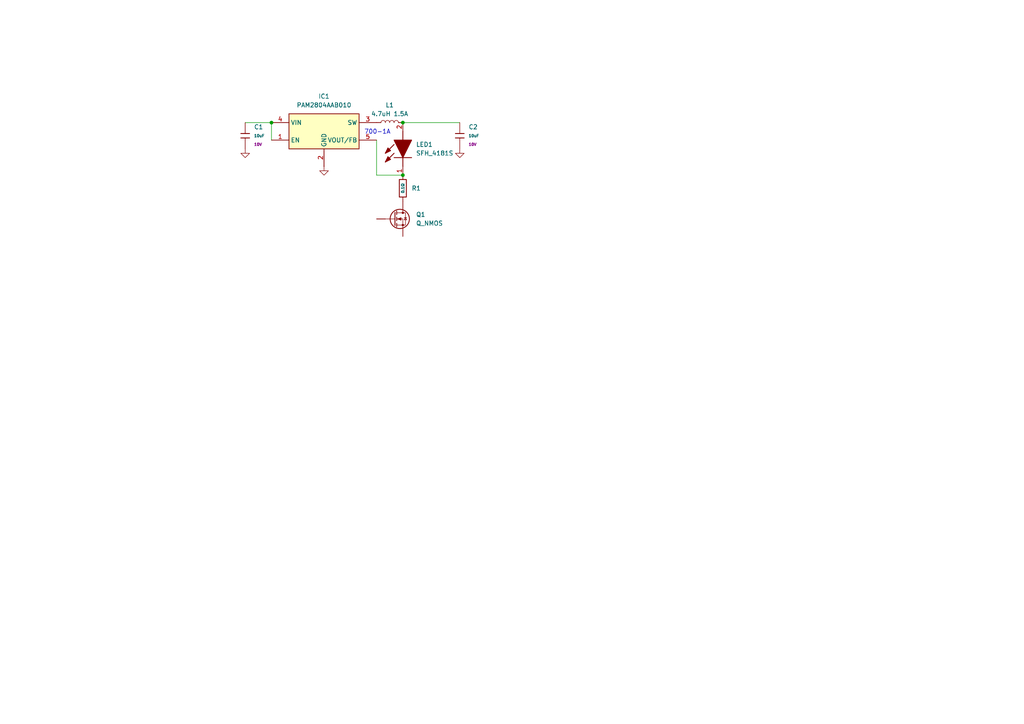
<source format=kicad_sch>
(kicad_sch (version 20250114) (generator "eeschema") (generator_version "9.0")
  (paper "A4")
  (lib_symbols
    (symbol "Device:L" (pin_numbers (hide yes)) (pin_names (offset 1.016) (hide yes))
      (property "Reference" "L" (at -1.27 0 90))
      (property "Value" "L" (at 1.905 0 90))
      (symbol "L_0_1"
        (arc (start 0 2.54) (mid 0.6323 1.905) (end 0 1.27))
        (arc (start 0 1.27) (mid 0.6323 0.635) (end 0 0))
        (arc (start 0 0) (mid 0.6323 -0.635) (end 0 -1.27))
        (arc (start 0 -1.27) (mid 0.6323 -1.905) (end 0 -2.54))
      )
      (symbol "L_1_1"
        (pin passive line (at 0 3.81 270) (length 1.27) (name "1") (number "1"))
        (pin passive line (at 0 -3.81 90) (length 1.27) (name "2") (number "2"))
      )
    )
    (symbol "Device:Q_NMOS" (pin_numbers (hide yes)) (pin_names (offset 0) (hide yes))
      (property "Reference" "Q" (at 5.08 1.27 0))
      (property "Value" "Q_NMOS" (at 5.08 -1.27 0))
      (symbol "Q_NMOS_0_1"
        (polyline (pts (xy 0.254 1.905) (xy 0.254 -1.905)) (stroke (width 0.254)))
        (polyline (pts (xy 0.254 0) (xy -2.54 0)))
        (polyline (pts (xy 0.762 2.286) (xy 0.762 1.27)) (stroke (width 0.254)))
        (polyline (pts (xy 0.762 0.508) (xy 0.762 -0.508)) (stroke (width 0.254)))
        (polyline (pts (xy 0.762 -1.27) (xy 0.762 -2.286)) (stroke (width 0.254)))
        (polyline (pts (xy 0.762 -1.778) (xy 3.302 -1.778) (xy 3.302 1.778) (xy 0.762 1.778)))
        (polyline (pts (xy 1.016 0) (xy 2.032 0.381) (xy 2.032 -0.381) (xy 1.016 0)) (fill (type outline)))
        (circle (center 1.651 0) (radius 2.794) (stroke (width 0.254)))
        (polyline (pts (xy 2.54 2.54) (xy 2.54 1.778)))
        (circle (center 2.54 1.778) (radius 0.254) (fill (type outline)))
        (circle (center 2.54 -1.778) (radius 0.254) (fill (type outline)))
        (polyline (pts (xy 2.54 -2.54) (xy 2.54 0) (xy 0.762 0)))
        (polyline (pts (xy 2.921 0.381) (xy 3.683 0.381)))
        (polyline (pts (xy 3.302 0.381) (xy 2.921 -0.254) (xy 3.683 -0.254) (xy 3.302 0.381)))
      )
      (symbol "Q_NMOS_1_1"
        (pin input line (at -5.08 0 0) (length 2.54) (name "G") (number "G"))
        (pin passive line (at 2.54 5.08 270) (length 2.54) (name "D") (number "D"))
        (pin passive line (at 2.54 -5.08 90) (length 2.54) (name "S") (number "S"))
      )
    )
    (symbol "PCM_JLCPCB-Capacitors:0603,10uF" (pin_numbers (hide yes)) (pin_names (offset 0))
      (property "Reference" "C" (at 2.032 1.668 0))
      (property "Value" "10uF" (at 2.032 -0.3782 0))
      (property "Voltage Rated" "10V" (at 2.032 -2.0462 0))
      (symbol "0603,10uF_0_1"
        (polyline (pts (xy -1.27 0.635) (xy 1.27 0.635)) (stroke (width 0.254)))
        (polyline (pts (xy -1.27 -0.635) (xy 1.27 -0.635)) (stroke (width 0.254)))
      )
      (symbol "0603,10uF_1_1"
        (pin passive line (at 0 3.81 270) (length 3.175) (name "~") (number "1"))
        (pin passive line (at 0 -3.81 90) (length 3.175) (name "~") (number "2"))
      )
    )
    (symbol "PCM_JLCPCB-Resistors:0603,0Ω" (pin_numbers (hide yes)) (pin_names (offset 0))
      (property "Reference" "R" (at 1.778 0 0))
      (property "Value" "0Ω" (at 0 0 90))
      (symbol "0603,0Ω_0_1"
        (rectangle (start -1.016 2.54) (end 1.016 -2.54) (stroke (width 0.254)))
      )
      (symbol "0603,0Ω_1_1"
        (pin passive line (at 0 3.81 270) (length 1.27) (name "~") (number "1"))
        (pin passive line (at 0 -3.81 90) (length 1.27) (name "~") (number "2"))
      )
    )
    (symbol "SwiftCircuit:PAM2804AAB010"
      (property "Reference" "IC1" (at 15.24 7.62 0))
      (property "Value" "PAM2804AAB010" (at 15.24 5.08 0))
      (symbol "PAM2804AAB010_1_1"
        (rectangle (start 5.08 2.54) (end 25.4 -7.62) (stroke (width 0.254)) (fill (type background)))
        (pin passive line (at 0 0 0) (length 5.08) (name "SW") (number "3"))
        (pin passive line (at 0 -5.08 0) (length 5.08) (name "VOUT/FB") (number "5"))
        (pin passive line (at 15.24 -12.7 90) (length 5.08) (name "GND") (number "2"))
        (pin passive line (at 30.48 0 180) (length 5.08) (name "VIN") (number "4"))
        (pin passive line (at 30.48 -5.08 180) (length 5.08) (name "EN") (number "1"))
      )
    )
    (symbol "SwiftCircuit:SFH_4181S" (pin_names (hide yes))
      (property "Reference" "LED" (at 12.7 8.89 0))
      (property "Value" "SFH_4181S" (at 12.7 6.35 0))
      (symbol "SFH_4181S_1_1"
        (polyline (pts (xy 2.54 0) (xy 5.08 0)) (stroke (width 0.254)))
        (polyline (pts (xy 5.08 2.54) (xy 5.08 -2.54)) (stroke (width 0.254)))
        (polyline (pts (xy 5.08 0) (xy 10.16 2.54) (xy 10.16 -2.54) (xy 5.08 0)) (stroke (width 0.254)) (fill (type outline)))
        (polyline (pts (xy 5.334 4.318) (xy 4.572 3.556) (xy 3.81 5.08) (xy 5.334 4.318)) (stroke (width 0.254)) (fill (type outline)))
        (polyline (pts (xy 6.35 2.54) (xy 3.81 5.08)) (stroke (width 0.254)))
        (polyline (pts (xy 7.874 4.318) (xy 7.112 3.556) (xy 6.35 5.08) (xy 7.874 4.318)) (stroke (width 0.254)) (fill (type outline)))
        (polyline (pts (xy 8.89 2.54) (xy 6.35 5.08)) (stroke (width 0.254)))
        (polyline (pts (xy 10.16 0) (xy 12.7 0)) (stroke (width 0.254)))
        (pin passive line (at 0 0 0) (length 2.54) (name "K") (number "1"))
        (pin passive line (at 15.24 0 180) (length 2.54) (name "A") (number "2"))
      )
    )
    (symbol "power:GND" (power) (pin_numbers (hide yes)) (pin_names (offset 0) (hide yes))
      (property "Value" "GND" (at 0 -3.81 0))
      (symbol "GND_0_1"
        (polyline (pts (xy 0 0) (xy 0 -1.27) (xy 1.27 -1.27) (xy 0 -2.54) (xy -1.27 -1.27) (xy 0 -1.27)))
      )
      (symbol "GND_1_1"
        (pin power_in line (at 0 0 270) (length 0) (name "~") (number "1"))
      )
    )
  )
  (text "700-1A" (at 109.474 38.354 0) (effects (font (size 1.27 1.27))))
  (junction (at 116.84 50.8))
  (junction (at 78.74 35.56))
  (junction (at 116.84 35.56))
  (wire (pts (xy 78.74 35.56) (xy 78.74 40.64)))
  (wire (pts (xy 71.12 35.56) (xy 78.74 35.56)))
  (wire (pts (xy 109.22 40.64) (xy 109.22 50.8)))
  (wire (pts (xy 133.35 35.56) (xy 116.84 35.56)))
  (wire (pts (xy 109.22 50.8) (xy 116.84 50.8)))
  (symbol (lib_id "SwiftCircuit:PAM2804AAB010") (at 109.22 35.56 0) (mirror y) (unit 1)
    (property "Reference" "IC1" (at 93.98 27.94 0))
    (property "Value" "PAM2804AAB010" (at 93.98 30.48 0))
    (property "Footprint" "SOT95P280X100-5N" (effects (hide yes)))
    (property "Datasheet" "https://www.diodes.com//assets/Datasheets/products_inactive_data/PAM2312.pdf" (effects (hide yes)))
    (property "Description" "DiodesZetex PAM2804AAB010 LED Driver IC, 2.5  6 V dc 1A 5-Pin SOT-23" (effects (hide yes)))
    (property "Height" "1" (effects (hide yes)))
    (property "Mouser Part Number" "621-PAM2804AAB010" (effects (hide yes)))
    (property "Mouser Price/Stock" "https://www.mouser.co.uk/ProductDetail/Diodes-Incorporated/PAM2804AAB010?qs=%252BSlWJf1dfkK6lyf0TsptUw%3D%3D" (effects (hide yes)))
    (property "Manufacturer_Name" "Diodes Incorporated" (effects (hide yes)))
    (property "Manufacturer_Part_Number" "PAM2804AAB010" (effects (hide yes)))
  )
  (symbol (lib_id "PCM_JLCPCB-Resistors:0603,0Ω") (at 116.84 54.61 0) (unit 1)
    (property "Reference" "R1" (at 119.38 54.6099 0) (effects (justify left)))
    (property "Value" "0.1Ω" (at 116.84 54.61 90) (effects (font (size 0.8 0.8))))
    (property "Footprint" "PCM_JLCPCB:R_0603" (effects (hide yes)))
    (property "Datasheet" "https://www.lcsc.com/datasheet/lcsc_datasheet_2411221126_UNI-ROYAL-Uniroyal-Elec-0603WAF0000T5E_C21189.pdf" (effects (hide yes)))
    (property "Description" "100mW Thick Film Resistors 75V ±1% 0Ω 0603 Chip Resistor - Surface Mount ROHS" (effects (hide yes)))
    (property "LCSC" "C21189" (effects (hide yes)))
    (property "Stock" "12037856" (effects (hide yes)))
    (property "Price" "0.004USD" (effects (hide yes)))
    (property "Process" "SMT" (effects (hide yes)))
    (property "Minimum Qty" "20" (effects (hide yes)))
    (property "Attrition Qty" "10" (effects (hide yes)))
    (property "Class" "Basic Component" (effects (hide yes)))
    (property "Category" "Resistors,Chip Resistor - Surface Mount" (effects (hide yes)))
    (property "Manufacturer" "UNI-ROYAL(Uniroyal Elec)" (effects (hide yes)))
    (property "Part" "0603WAF0000T5E" (effects (hide yes)))
    (property "Resistance" "0Ω" (effects (hide yes)))
    (property "Power(Watts)" "100mW" (effects (hide yes)))
    (property "Type" "Thick Film Resistors" (effects (hide yes)))
    (property "Overload Voltage (Max)" "75V" (effects (hide yes)))
    (property "Operating Temperature Range" "-55°C~+155°C" (effects (hide yes)))
    (property "Tolerance" "±1%" (effects (hide yes)))
  )
  (symbol (lib_id "Device:L") (at 113.03 35.56 90) (unit 1)
    (property "Reference" "L1" (at 113.03 30.48 90))
    (property "Value" "4.7uH 1.5A" (at 113.03 33.02 90))
    (property "Description" "Inductor" (effects (hide yes)))
  )
  (symbol (lib_id "power:GND") (at 71.12 43.18 0) (unit 1)
    (property "Reference" "#PWR01" (effects (hide yes)))
    (property "Value" "GND" (effects (hide yes)))
    (property "Description" "Power symbol creates a global label with name \"GND\" , ground" (effects (hide yes)))
  )
  (symbol (lib_id "power:GND") (at 93.98 48.26 0) (unit 1)
    (property "Reference" "#PWR02" (effects (hide yes)))
    (property "Value" "GND" (effects (hide yes)))
    (property "Description" "Power symbol creates a global label with name \"GND\" , ground" (effects (hide yes)))
  )
  (symbol (lib_id "power:GND") (at 133.35 43.18 0) (unit 1)
    (property "Reference" "#PWR04" (effects (hide yes)))
    (property "Value" "GND" (effects (hide yes)))
    (property "Description" "Power symbol creates a global label with name \"GND\" , ground" (effects (hide yes)))
  )
  (symbol (lib_id "PCM_JLCPCB-Capacitors:0603,10uF") (at 133.35 39.37 0) (unit 1)
    (property "Reference" "C2" (at 135.89 36.8299 0) (effects (justify left)))
    (property "Value" "10uF" (at 135.89 39.37 0) (effects (font (size 0.8 0.8)) (justify left)))
    (property "Footprint" "PCM_JLCPCB:C_0603" (effects (hide yes)))
    (property "Datasheet" "https://www.lcsc.com/datasheet/lcsc_datasheet_2304140030_Samsung-Electro-Mechanics-CL10A106KP8NNNC_C19702.pdf" (effects (hide yes)))
    (property "Description" "10V 10uF X5R ±10% 0603 Multilayer Ceramic Capacitors MLCC - SMD/SMT ROHS" (effects (hide yes)))
    (property "LCSC" "C19702" (effects (hide yes)))
    (property "Stock" "7851069" (effects (hide yes)))
    (property "Price" "0.009USD" (effects (hide yes)))
    (property "Process" "SMT" (effects (hide yes)))
    (property "Minimum Qty" "20" (effects (hide yes)))
    (property "Attrition Qty" "10" (effects (hide yes)))
    (property "Class" "Basic Component" (effects (hide yes)))
    (property "Category" "Capacitors,Multilayer Ceramic Capacitors MLCC - SMD/SMT" (effects (hide yes)))
    (property "Manufacturer" "Samsung Electro-Mechanics" (effects (hide yes)))
    (property "Part" "CL10A106KP8NNNC" (effects (hide yes)))
    (property "Voltage Rated" "10V" (at 135.89 41.91 0) (effects (font (size 0.8 0.8)) (justify left)))
    (property "Tolerance" "±10%" (effects (hide yes)))
    (property "Capacitance" "10uF" (effects (hide yes)))
    (property "Temperature Coefficient" "X5R" (effects (hide yes)))
  )
  (symbol (lib_id "SwiftCircuit:SFH_4181S") (at 116.84 50.8 90) (unit 1)
    (property "Reference" "LED1" (at 120.65 41.9099 90) (effects (justify right)))
    (property "Value" "SFH_4181S" (at 120.65 44.4499 90) (effects (justify right)))
    (property "Footprint" "SFH4181S" (effects (hide yes)))
    (property "Description" "Infrared Emitters - High Power Infrared LED OSLON P1616" (effects (hide yes)))
    (property "Height" "1.765" (effects (hide yes)))
    (property "Mouser Part Number" "720-SFH4181SA1097" (effects (hide yes)))
    (property "Mouser Price/Stock" "https://www.mouser.co.uk/ProductDetail/OSRAM-Opto-Semiconductors/SFH-4181S?qs=TuK3vfAjtkVZj2mWT%252B2v2Q%3D%3D" (effects (hide yes)))
    (property "Manufacturer_Name" "ams OSRAM" (effects (hide yes)))
    (property "Manufacturer_Part_Number" "SFH 4181S" (effects (hide yes)))
  )
  (symbol (lib_id "Device:Q_NMOS") (at 114.3 63.5 0) (unit 1)
    (property "Reference" "Q1" (at 120.65 62.2299 0) (effects (justify left)))
    (property "Value" "Q_NMOS" (at 120.65 64.7699 0) (effects (justify left)))
    (property "Description" "N-MOSFET transistor" (effects (hide yes)))
  )
  (symbol (lib_id "PCM_JLCPCB-Capacitors:0603,10uF") (at 71.12 39.37 0) (unit 1)
    (property "Reference" "C1" (at 73.66 36.8299 0) (effects (justify left)))
    (property "Value" "10uF" (at 73.66 39.37 0) (effects (font (size 0.8 0.8)) (justify left)))
    (property "Footprint" "PCM_JLCPCB:C_0603" (effects (hide yes)))
    (property "Datasheet" "https://www.lcsc.com/datasheet/lcsc_datasheet_2304140030_Samsung-Electro-Mechanics-CL10A106KP8NNNC_C19702.pdf" (effects (hide yes)))
    (property "Description" "10V 10uF X5R ±10% 0603 Multilayer Ceramic Capacitors MLCC - SMD/SMT ROHS" (effects (hide yes)))
    (property "LCSC" "C19702" (effects (hide yes)))
    (property "Stock" "7851069" (effects (hide yes)))
    (property "Price" "0.009USD" (effects (hide yes)))
    (property "Process" "SMT" (effects (hide yes)))
    (property "Minimum Qty" "20" (effects (hide yes)))
    (property "Attrition Qty" "10" (effects (hide yes)))
    (property "Class" "Basic Component" (effects (hide yes)))
    (property "Category" "Capacitors,Multilayer Ceramic Capacitors MLCC - SMD/SMT" (effects (hide yes)))
    (property "Manufacturer" "Samsung Electro-Mechanics" (effects (hide yes)))
    (property "Part" "CL10A106KP8NNNC" (effects (hide yes)))
    (property "Voltage Rated" "10V" (at 73.66 41.91 0) (effects (font (size 0.8 0.8)) (justify left)))
    (property "Tolerance" "±10%" (effects (hide yes)))
    (property "Capacitance" "10uF" (effects (hide yes)))
    (property "Temperature Coefficient" "X5R" (effects (hide yes)))
  )
)
</source>
